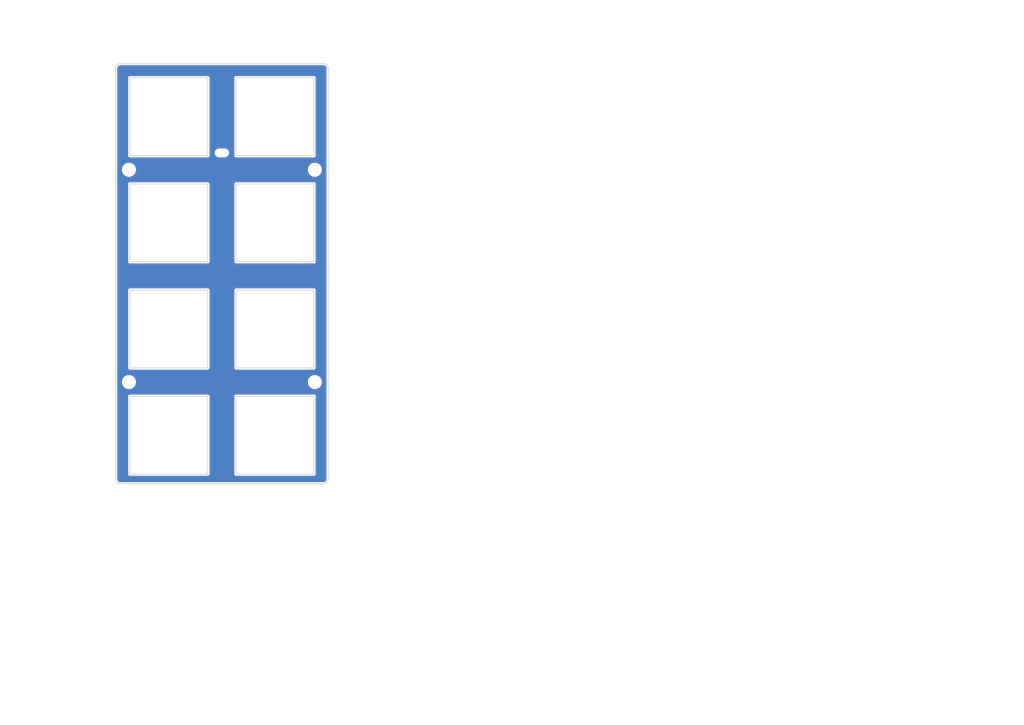
<source format=kicad_pcb>
(kicad_pcb (version 20210228) (generator pcbnew)
  (title_block (rev "1") (company "@e3w2q"))
  (layers (0 "F.Cu" signal) (31 "B.Cu" signal) (34 "B.Paste" user) (35 "F.Paste" user) (36 "B.SilkS" user "B.Silkscreen") (37 "F.SilkS" user "F.Silkscreen") (38 "B.Mask" user) (39 "F.Mask" user) (44 "Edge.Cuts" user))
  (net 0 "")
  (footprint "#footprint:Keyswitch_Plate_Hole" (layer "F.Cu") (at 90.686096 109.140922)
    (fp_text reference "SW20" hide)
    (fp_text value "SW_Push" hide)
    (fp_line (start -7 -7) (end -7 7) (layer "Edge.Cuts") (width 0.15))
    (fp_line (start 7 7) (end -7 7) (layer "Edge.Cuts") (width 0.15))
    (fp_line (start 7 -7) (end -7 -7) (layer "Edge.Cuts") (width 0.15))
    (fp_line (start 7 -7) (end 7 7) (layer "Edge.Cuts") (width 0.15))
  )
  (footprint "#footprint:M2_Hole" (layer "F.Cu") (at 97.829896 99.615922)
    (fp_text reference "H12" hide)
    (fp_text value "MountingHole" hide)
    (pad "" np_thru_hole circle (at 0 0) (size 1.95 1.95) (drill 1.95) (layers F&B.Cu *.Mask))
  )
  (footprint "#footprint:Keyswitch_Plate_Hole" (layer "F.Cu") (at 90.686096 51.990922)
    (fp_text reference "SW2" hide)
    (fp_text value "SW_Push" hide)
    (fp_line (start 7 -7) (end 7 7) (layer "Edge.Cuts") (width 0.15))
    (fp_line (start 7 -7) (end -7 -7) (layer "Edge.Cuts") (width 0.15))
    (fp_line (start -7 -7) (end -7 7) (layer "Edge.Cuts") (width 0.15))
    (fp_line (start 7 7) (end -7 7) (layer "Edge.Cuts") (width 0.15))
  )
  (footprint "#footprint:M2_Hole" (layer "F.Cu") (at 97.829896 61.515922)
    (fp_text reference "H11" hide)
    (fp_text value "MountingHole" hide)
    (pad "" np_thru_hole circle (at 0 0) (size 1.95 1.95) (drill 1.95) (layers F&B.Cu *.Mask))
  )
  (footprint "#footprint:Keyswitch_Plate_Hole" (layer "F.Cu") (at 71.636096 90.090922)
    (fp_text reference "SW13" hide)
    (fp_text value "SW_Push" hide)
    (fp_line (start 7 -7) (end -7 -7) (layer "Edge.Cuts") (width 0.15))
    (fp_line (start -7 -7) (end -7 7) (layer "Edge.Cuts") (width 0.15))
    (fp_line (start 7 7) (end -7 7) (layer "Edge.Cuts") (width 0.15))
    (fp_line (start 7 -7) (end 7 7) (layer "Edge.Cuts") (width 0.15))
  )
  (footprint "#footprint:Keyswitch_Plate_Hole" (layer "F.Cu") (at 90.686096 71.040922)
    (fp_text reference "SW8" hide)
    (fp_text value "SW_Push" hide)
    (fp_line (start 7 7) (end -7 7) (layer "Edge.Cuts") (width 0.15))
    (fp_line (start 7 -7) (end -7 -7) (layer "Edge.Cuts") (width 0.15))
    (fp_line (start -7 -7) (end -7 7) (layer "Edge.Cuts") (width 0.15))
    (fp_line (start 7 -7) (end 7 7) (layer "Edge.Cuts") (width 0.15))
  )
  (footprint "#footprint:M2_Hole" (layer "F.Cu") (at 64.492371 99.615922)
    (fp_text reference "H13" hide)
    (fp_text value "MountingHole" hide)
    (pad "" np_thru_hole circle (at 0 0) (size 1.95 1.95) (drill 1.95) (layers F&B.Cu *.Mask))
  )
  (footprint "#footprint:M2_Hole" (layer "F.Cu") (at 81.161096 58.490922)
    (fp_text reference "H6" hide)
    (fp_text value "MountingHole" hide)
    (pad "" np_thru_hole oval (at 0 0) (size 2 1) (drill oval 2 1) (layers F&B.Cu *.Mask))
  )
  (footprint "#footprint:M2_Hole" (layer "F.Cu") (at 64.492371 61.515922)
    (fp_text reference "H14" hide)
    (fp_text value "MountingHole" hide)
    (pad "" np_thru_hole circle (at 0 0) (size 1.95 1.95) (drill 1.95) (layers F&B.Cu *.Mask))
  )
  (footprint "#footprint:Keyswitch_Plate_Hole" (layer "F.Cu") (at 90.686096 90.090922)
    (fp_text reference "SW14" hide)
    (fp_text value "SW_Push" hide)
    (fp_line (start 7 -7) (end -7 -7) (layer "Edge.Cuts") (width 0.15))
    (fp_line (start 7 7) (end -7 7) (layer "Edge.Cuts") (width 0.15))
    (fp_line (start -7 -7) (end -7 7) (layer "Edge.Cuts") (width 0.15))
    (fp_line (start 7 -7) (end 7 7) (layer "Edge.Cuts") (width 0.15))
  )
  (footprint "#footprint:Keyswitch_Plate_Hole" (layer "F.Cu") (at 71.636096 51.990922)
    (fp_text reference "SW1" hide)
    (fp_text value "SW_Push" hide)
    (fp_line (start -7 -7) (end -7 7) (layer "Edge.Cuts") (width 0.15))
    (fp_line (start 7 -7) (end 7 7) (layer "Edge.Cuts") (width 0.15))
    (fp_line (start 7 -7) (end -7 -7) (layer "Edge.Cuts") (width 0.15))
    (fp_line (start 7 7) (end -7 7) (layer "Edge.Cuts") (width 0.15))
  )
  (footprint "#footprint:Keyswitch_Plate_Hole" (layer "F.Cu") (at 71.636096 71.040922)
    (fp_text reference "SW7" hide)
    (fp_text value "SW_Push" hide)
    (fp_line (start 7 -7) (end 7 7) (layer "Edge.Cuts") (width 0.15))
    (fp_line (start 7 7) (end -7 7) (layer "Edge.Cuts") (width 0.15))
    (fp_line (start -7 -7) (end -7 7) (layer "Edge.Cuts") (width 0.15))
    (fp_line (start 7 -7) (end -7 -7) (layer "Edge.Cuts") (width 0.15))
  )
  (footprint "#footprint:Keyswitch_Plate_Hole" (layer "F.Cu") (at 71.636096 109.140922)
    (fp_text reference "SW19" hide)
    (fp_text value "SW_Push" hide)
    (fp_line (start 7 -7) (end -7 -7) (layer "Edge.Cuts") (width 0.15))
    (fp_line (start -7 -7) (end -7 7) (layer "Edge.Cuts") (width 0.15))
    (fp_line (start 7 7) (end -7 7) (layer "Edge.Cuts") (width 0.15))
    (fp_line (start 7 -7) (end 7 7) (layer "Edge.Cuts") (width 0.15))
  )
  (gr_arc (start 62.904846 43.259672) (end 62.904846 42.465922) (angle -90) (layer "Edge.Cuts") (width 0.15))
  (gr_arc (start 62.904846 117.078422) (end 62.111096 117.078422) (angle -90) (layer "Edge.Cuts") (width 0.15))
  (gr_arc (start 99.417346 117.078422) (end 100.211096 117.078422) (angle 90) (layer "Edge.Cuts") (width 0.15))
  (gr_line (start 99.417346 42.465922) (end 62.904846 42.465922) (layer "Edge.Cuts") (width 0.15))
  (gr_arc (start 99.417346 43.259672) (end 99.417346 42.465922) (angle 90) (layer "Edge.Cuts") (width 0.15))
  (gr_line (start 100.211096 43.259672) (end 100.211096 117.078422) (layer "Edge.Cuts") (width 0.15))
  (gr_line (start 62.904846 117.872172) (end 99.417346 117.872172) (layer "Edge.Cuts") (width 0.15))
  (gr_line (start 62.111096 43.259672) (end 62.111096 117.078422) (layer "Edge.Cuts") (width 0.15))
  (zone (net 0) (net_name "") (layers F&B.Cu) (connect_pads (clearance 0.3)) (min_thickness 0.254) (fill yes (thermal_gap 0.508) (thermal_bridge_width 0.508))
    (polygon (pts (xy 225.028125 161.13125) (xy 41.365625 161.13125) (xy 41.365625 31.046875) (xy 225.028125 31.046875)))
  )
)
</source>
